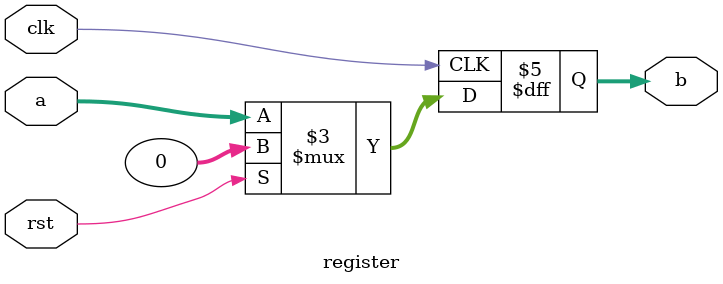
<source format=sv>
module register (
	input  logic        clk, 
	input  logic        rst, 
	input  logic [31:0] a,
	
	output logic [31:0] b
);
	
	always_ff @(posedge clk)
	begin
		if (rst) 
		begin
			b <= 32'd0;
		end
		else 
		begin
			b <= a;
		end
	end

endmodule: register
</source>
